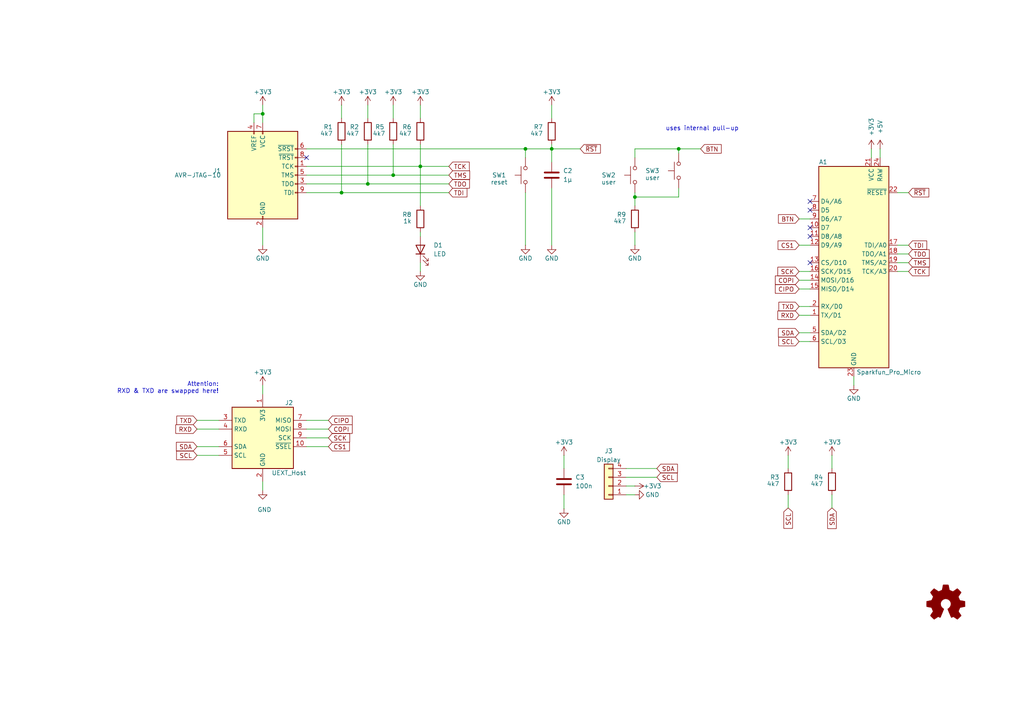
<source format=kicad_sch>
(kicad_sch (version 20231120) (generator "eeschema") (generator_version "8.0")
  (paper "A4")
  (title_block (title "CONN") (date "2021-05-01") (rev "v1.4") (company "nerdyscout"))
  (lib_symbols
    (symbol "Connector:AVR-JTAG-10" (pin_names (offset 1.016))
      (property "Reference" "J" (at -8.89 13.97 0))
      (property "Value" "AVR-JTAG-10" (at 1.27 13.97 0))
      (symbol "AVR-JTAG-10_0_1"
        (rectangle (start -2.667 12.7) (end -2.413 11.938))
        (rectangle (start -0.127 -11.938) (end 0.127 -12.7))
        (rectangle (start -0.127 12.7) (end 0.127 11.938))
        (rectangle (start 10.16 -4.953) (end 9.398 -5.207))
        (rectangle (start 10.16 -2.413) (end 9.398 -2.667))
        (rectangle (start 10.16 0.127) (end 9.398 -0.127))
        (rectangle (start 10.16 2.667) (end 9.398 2.413))
        (rectangle (start 10.16 5.207) (end 9.398 4.953))
        (rectangle (start 10.16 7.747) (end 9.398 7.493))
        (rectangle (start 10.16 12.7) (end -10.16 -12.7) (stroke (width 0.254)) (fill (type background)))
      )
      (symbol "AVR-JTAG-10_1_1"
        (pin passive line (at 12.7 2.54 180) (length 2.54) (name "TCK") (number "1"))
        (pin passive line (at 0 -15.24 90) (length 2.54) hide (name "GND") (number "10"))
        (pin passive line (at 0 -15.24 90) (length 2.54) (name "GND") (number "2"))
        (pin passive line (at 12.7 -2.54 180) (length 2.54) (name "TDO") (number "3"))
        (pin passive line (at -2.54 15.24 270) (length 2.54) (name "VREF") (number "4"))
        (pin passive line (at 12.7 0 180) (length 2.54) (name "TMS") (number "5"))
        (pin passive line (at 12.7 7.62 180) (length 2.54) (name "~{SRST}") (number "6"))
        (pin passive line (at 0 15.24 270) (length 2.54) (name "VCC") (number "7"))
        (pin passive line (at 12.7 5.08 180) (length 2.54) (name "~{TRST}") (number "8"))
        (pin passive line (at 12.7 -5.08 180) (length 2.54) (name "TDI") (number "9"))
      )
    )
    (symbol "Connector:UEXT_Host"
      (property "Reference" "J" (at 5.08 10.16 0))
      (property "Value" "UEXT_Host" (at 6.35 -10.16 0))
      (symbol "UEXT_Host_1_1"
        (rectangle (start -8.89 8.89) (end 8.89 -8.89) (stroke (width 0.254)) (fill (type background)))
        (pin power_in line (at 0 12.7 270) (length 3.81) (name "3V3") (number "1"))
        (pin output line (at 12.7 -2.54 180) (length 3.81) (name "~{SSEL}") (number "10"))
        (pin power_in line (at 0 -12.7 90) (length 3.81) (name "GND") (number "2"))
        (pin output line (at -12.7 5.08 0) (length 3.81) (name "TXD") (number "3"))
        (pin input line (at -12.7 2.54 0) (length 3.81) (name "RXD") (number "4"))
        (pin output line (at -12.7 -5.08 0) (length 3.81) (name "SCL") (number "5"))
        (pin bidirectional line (at -12.7 -2.54 0) (length 3.81) (name "SDA") (number "6"))
        (pin output line (at 12.7 5.08 180) (length 3.81) (name "MISO") (number "7"))
        (pin input line (at 12.7 2.54 180) (length 3.81) (name "MOSI") (number "8"))
        (pin output line (at 12.7 0 180) (length 3.81) (name "SCK") (number "9"))
      )
    )
    (symbol "Connector_Generic:Conn_01x04" (pin_names (offset 1.016) hide)
      (property "Reference" "J" (at 0 5.08 0))
      (property "Value" "Conn_01x04" (at 0 -7.62 0))
      (symbol "Conn_01x04_1_1"
        (rectangle (start -1.27 -4.953) (end 0 -5.207) (stroke (width 0.1524)))
        (rectangle (start -1.27 -2.413) (end 0 -2.667) (stroke (width 0.1524)))
        (rectangle (start -1.27 0.127) (end 0 -0.127) (stroke (width 0.1524)))
        (rectangle (start -1.27 2.667) (end 0 2.413) (stroke (width 0.1524)))
        (rectangle (start -1.27 3.81) (end 1.27 -6.35) (stroke (width 0.254)) (fill (type background)))
        (pin passive line (at -5.08 2.54 0) (length 3.81) (name "Pin_1") (number "1"))
        (pin passive line (at -5.08 0 0) (length 3.81) (name "Pin_2") (number "2"))
        (pin passive line (at -5.08 -2.54 0) (length 3.81) (name "Pin_3") (number "3"))
        (pin passive line (at -5.08 -5.08 0) (length 3.81) (name "Pin_4") (number "4"))
      )
    )
    (symbol "Device:C" (pin_numbers hide) (pin_names (offset 0.254))
      (property "Reference" "C" (at 0.635 2.54 0))
      (property "Value" "C" (at 0.635 -2.54 0))
      (symbol "C_0_1"
        (polyline (pts (xy -2.032 -0.762) (xy 2.032 -0.762)) (stroke (width 0.508)))
        (polyline (pts (xy -2.032 0.762) (xy 2.032 0.762)) (stroke (width 0.508)))
      )
      (symbol "C_1_1"
        (pin passive line (at 0 3.81 270) (length 2.794) (name "~") (number "1"))
        (pin passive line (at 0 -3.81 90) (length 2.794) (name "~") (number "2"))
      )
    )
    (symbol "Device:LED" (pin_numbers hide) (pin_names (offset 1.016) hide)
      (property "Reference" "D" (at 0 2.54 0))
      (property "Value" "LED" (at 0 -2.54 0))
      (symbol "LED_0_1"
        (polyline (pts (xy -1.27 -1.27) (xy -1.27 1.27)) (stroke (width 0.254)))
        (polyline (pts (xy -1.27 0) (xy 1.27 0)))
        (polyline (pts (xy 1.27 -1.27) (xy 1.27 1.27) (xy -1.27 0) (xy 1.27 -1.27)) (stroke (width 0.254)))
        (polyline (pts (xy -3.048 -0.762) (xy -4.572 -2.286) (xy -3.81 -2.286) (xy -4.572 -2.286) (xy -4.572 -1.524)))
        (polyline (pts (xy -1.778 -0.762) (xy -3.302 -2.286) (xy -2.54 -2.286) (xy -3.302 -2.286) (xy -3.302 -1.524)))
      )
      (symbol "LED_1_1"
        (pin passive line (at -3.81 0 0) (length 2.54) (name "K") (number "1"))
        (pin passive line (at 3.81 0 180) (length 2.54) (name "A") (number "2"))
      )
    )
    (symbol "Device:R" (pin_numbers hide) (pin_names (offset 0))
      (property "Reference" "R" (at 2.032 0 90))
      (property "Value" "R" (at 0 0 90))
      (symbol "R_0_1"
        (rectangle (start -1.016 -2.54) (end 1.016 2.54) (stroke (width 0.254)))
      )
      (symbol "R_1_1"
        (pin passive line (at 0 3.81 270) (length 1.27) (name "~") (number "1"))
        (pin passive line (at 0 -3.81 90) (length 1.27) (name "~") (number "2"))
      )
    )
    (symbol "Graphic:Logo_Open_Hardware_Small" (in_bom no) (on_board no)
      (symbol "Logo_Open_Hardware_Small_0_1"
        (polyline (pts (xy 3.3528 -4.3434) (xy 3.302 -4.318) (xy 3.175 -4.2418) (xy 2.9972 -4.1148) (xy 2.7686 -3.9624) (xy 2.54 -3.81) (xy 2.3622 -3.7084) (xy 2.2352 -3.6068) (xy 2.1844 -3.5814) (xy 2.159 -3.6068) (xy 2.0574 -3.6576) (xy 1.905 -3.7338) (xy 1.8034 -3.7846) (xy 1.6764 -3.8354) (xy 1.6002 -3.8354) (xy 1.6002 -3.8354) (xy 1.5494 -3.7338) (xy 1.4732 -3.5306) (xy 1.3462 -3.302) (xy 1.2446 -3.0226) (xy 1.1176 -2.7178) (xy 0.9652 -2.413) (xy 0.8636 -2.1082) (xy 0.7366 -1.8288) (xy 0.6604 -1.6256) (xy 0.6096 -1.4732) (xy 0.5842 -1.397) (xy 0.5842 -1.397) (xy 0.6604 -1.3208) (xy 0.7874 -1.2446) (xy 1.0414 -1.016) (xy 1.2954 -0.6858) (xy 1.4478 -0.3302) (xy 1.524 0.0762) (xy 1.4732 0.4572) (xy 1.3208 0.8128) (xy 1.0668 1.143) (xy 0.762 1.3716) (xy 0.4064 1.524) (xy 0 1.5748) (xy -0.381 1.5494) (xy -0.7366 1.397) (xy -1.0668 1.143) (xy -1.2192 0.9906) (xy -1.397 0.6604) (xy -1.524 0.3048) (xy -1.524 0.2286) (xy -1.4986 -0.1778) (xy -1.397 -0.5334) (xy -1.1938 -0.8636) (xy -0.9144 -1.143) (xy -0.8636 -1.1684) (xy -0.7366 -1.27) (xy -0.635 -1.3462) (xy -0.5842 -1.397) (xy -1.0668 -2.5908) (xy -1.143 -2.794) (xy -1.2954 -3.1242) (xy -1.397 -3.4036) (xy -1.4986 -3.6322) (xy -1.5748 -3.7846) (xy -1.6002 -3.8354) (xy -1.6002 -3.8354) (xy -1.651 -3.8354) (xy -1.7272 -3.81) (xy -1.905 -3.7338) (xy -2.0066 -3.683) (xy -2.1336 -3.6068) (xy -2.2098 -3.5814) (xy -2.2606 -3.6068) (xy -2.3622 -3.683) (xy -2.54 -3.81) (xy -2.7686 -3.9624) (xy -2.9718 -4.0894) (xy -3.1496 -4.2164) (xy -3.302 -4.318) (xy -3.3528 -4.3434) (xy -3.3782 -4.3434) (xy -3.429 -4.318) (xy -3.5306 -4.2164) (xy -3.7084 -4.064) (xy -3.937 -3.8354) (xy -3.9624 -3.81) (xy -4.1656 -3.6068) (xy -4.318 -3.4544) (xy -4.4196 -3.3274) (xy -4.445 -3.2766) (xy -4.445 -3.2766) (xy -4.4196 -3.2258) (xy -4.318 -3.0734) (xy -4.2164 -2.8956) (xy -4.064 -2.667) (xy -3.6576 -2.0828) (xy -3.8862 -1.5494) (xy -3.937 -1.3716) (xy -4.0386 -1.1684) (xy -4.0894 -1.0414) (xy -4.1148 -0.9652) (xy -4.191 -0.9398) (xy -4.318 -0.9144) (xy -4.5466 -0.8636) (xy -4.8006 -0.8128) (xy -5.0546 -0.7874) (xy -5.2578 -0.7366) (xy -5.4356 -0.7112) (xy -5.5118 -0.6858) (xy -5.5118 -0.6858) (xy -5.5372 -0.635) (xy -5.5372 -0.5588) (xy -5.5372 -0.4318) (xy -5.5626 -0.2286) (xy -5.5626 0.0762) (xy -5.5626 0.127) (xy -5.5372 0.4064) (xy -5.5372 0.635) (xy -5.5372 0.762) (xy -5.5372 0.8382) (xy -5.5372 0.8382) (xy -5.461 0.8382) (xy -5.3086 0.889) (xy -5.08 0.9144) (xy -4.826 0.9652) (xy -4.8006 0.9906) (xy -4.5466 1.0414) (xy -4.318 1.0668) (xy -4.1656 1.1176) (xy -4.0894 1.143) (xy -4.0894 1.143) (xy -4.0386 1.2446) (xy -3.9624 1.4224) (xy -3.8608 1.6256) (xy -3.7846 1.8288) (xy -3.7084 2.0066) (xy -3.6576 2.159) (xy -3.6322 2.2098) (xy -3.6322 2.2098) (xy -3.683 2.286) (xy -3.7592 2.413) (xy -3.8862 2.5908) (xy -4.064 2.8194) (xy -4.064 2.8448) (xy -4.2164 3.0734) (xy -4.3434 3.2512) (xy -4.4196 3.3782) (xy -4.445 3.4544) (xy -4.445 3.4544) (xy -4.3942 3.5052) (xy -4.2926 3.6322) (xy -4.1148 3.81) (xy -3.937 4.0132) (xy -3.8608 4.064) (xy -3.6576 4.2926) (xy -3.5052 4.4196) (xy -3.4036 4.4958) (xy -3.3528 4.5212) (xy -3.3528 4.5212) (xy -3.302 4.4704) (xy -3.1496 4.3688) (xy -2.9718 4.2418) (xy -2.7432 4.0894) (xy -2.7178 4.0894) (xy -2.4892 3.937) (xy -2.3114 3.81) (xy -2.1844 3.7084) (xy -2.1336 3.683) (xy -2.1082 3.683) (xy -2.032 3.7084) (xy -1.8542 3.7592) (xy -1.6764 3.8354) (xy -1.4732 3.937) (xy -1.27 4.0132) (xy -1.143 4.064) (xy -1.0668 4.1148) (xy -1.0668 4.1148) (xy -1.0414 4.191) (xy -1.016 4.3434) (xy -0.9652 4.572) (xy -0.9144 4.8514) (xy -0.889 4.9022) (xy -0.8382 5.1562) (xy -0.8128 5.3848) (xy -0.7874 5.5372) (xy -0.762 5.588) (xy -0.7112 5.6134) (xy -0.5842 5.6134) (xy -0.4064 5.6134) (xy -0.1524 5.6134) (xy 0.0762 5.6134) (xy 0.3302 5.6134) (xy 0.5334 5.6134) (xy 0.6858 5.588) (xy 0.7366 5.588) (xy 0.7366 5.588) (xy 0.762 5.5118) (xy 0.8128 5.334) (xy 0.8382 5.1054) (xy 0.9144 4.826) (xy 0.9144 4.7752) (xy 0.9652 4.5212) (xy 1.016 4.2926) (xy 1.0414 4.1402) (xy 1.0668 4.0894) (xy 1.0668 4.0894) (xy 1.1938 4.0386) (xy 1.3716 3.9624) (xy 1.5748 3.8608) (xy 2.0828 3.6576) (xy 2.7178 4.0894) (xy 2.7686 4.1402) (xy 2.9972 4.2926) (xy 3.175 4.4196) (xy 3.302 4.4958) (xy 3.3782 4.5212) (xy 3.3782 4.5212) (xy 3.429 4.4704) (xy 3.556 4.3434) (xy 3.7338 4.191) (xy 3.9116 3.9878) (xy 4.064 3.8354) (xy 4.2418 3.6576) (xy 4.3434 3.556) (xy 4.4196 3.4798) (xy 4.4196 3.429) (xy 4.4196 3.4036) (xy 4.3942 3.3274) (xy 4.2926 3.2004) (xy 4.1656 2.9972) (xy 4.0132 2.794) (xy 3.8862 2.5908) (xy 3.7592 2.3876) (xy 3.6576 2.2352) (xy 3.6322 2.159) (xy 3.6322 2.1336) (xy 3.683 2.0066) (xy 3.7592 1.8288) (xy 3.8608 1.6002) (xy 4.064 1.1176) (xy 4.3942 1.0414) (xy 4.5974 1.016) (xy 4.8768 0.9652) (xy 5.1308 0.9144) (xy 5.5372 0.8382) (xy 5.5626 -0.6604) (xy 5.4864 -0.6858) (xy 5.4356 -0.6858) (xy 5.2832 -0.7366) (xy 5.0546 -0.762) (xy 4.8006 -0.8128) (xy 4.5974 -0.8636) (xy 4.3688 -0.9144) (xy 4.2164 -0.9398) (xy 4.1402 -0.9398) (xy 4.1148 -0.9652) (xy 4.064 -1.0668) (xy 3.9878 -1.2446) (xy 3.9116 -1.4478) (xy 3.81 -1.651) (xy 3.7338 -1.8542) (xy 3.683 -2.0066) (xy 3.6576 -2.0828) (xy 3.683 -2.1336) (xy 3.7846 -2.2606) (xy 3.8862 -2.4638) (xy 4.0386 -2.667) (xy 4.191 -2.8956) (xy 4.318 -3.0734) (xy 4.3942 -3.2004) (xy 4.445 -3.2766) (xy 4.4196 -3.3274) (xy 4.3434 -3.429) (xy 4.1656 -3.5814) (xy 3.937 -3.8354) (xy 3.8862 -3.8608) (xy 3.683 -4.064) (xy 3.5306 -4.2164) (xy 3.4036 -4.318) (xy 3.3528 -4.3434)) (fill (type outline)))
      )
    )
    (symbol "ProMicro:Sparkfun_Pro_Micro"
      (property "Reference" "A" (at -10.16 29.21 0))
      (property "Value" "Sparkfun_Pro_Micro" (at 2.54 -31.75 0))
      (symbol "Sparkfun_Pro_Micro_0_1"
        (rectangle (start -10.16 27.94) (end 10.16 -30.48) (stroke (width 0.254)) (fill (type background)))
      )
      (symbol "Sparkfun_Pro_Micro_1_1"
        (pin bidirectional line (at -12.7 -15.24 0) (length 2.54) (name "TX/D1") (number "1"))
        (pin bidirectional line (at -12.7 10.16 0) (length 2.54) (name "D7") (number "10"))
        (pin bidirectional line (at -12.7 7.62 0) (length 2.54) (name "D8/A8") (number "11"))
        (pin bidirectional line (at -12.7 5.08 0) (length 2.54) (name "D9/A9") (number "12"))
        (pin bidirectional line (at -12.7 0 0) (length 2.54) (name "CS/D10") (number "13"))
        (pin bidirectional line (at -12.7 -5.08 0) (length 2.54) (name "MOSI/D16") (number "14"))
        (pin bidirectional line (at -12.7 -7.62 0) (length 2.54) (name "MISO/D14") (number "15"))
        (pin bidirectional line (at -12.7 -2.54 0) (length 2.54) (name "SCK/D15") (number "16"))
        (pin bidirectional line (at 12.7 5.08 180) (length 2.54) (name "TDI/A0") (number "17"))
        (pin bidirectional line (at 12.7 2.54 180) (length 2.54) (name "TDO/A1") (number "18"))
        (pin bidirectional line (at 12.7 0 180) (length 2.54) (name "TMS/A2") (number "19"))
        (pin bidirectional line (at -12.7 -12.7 0) (length 2.54) (name "RX/D0") (number "2"))
        (pin bidirectional line (at 12.7 -2.54 180) (length 2.54) (name "TCK/A3") (number "20"))
        (pin power_in line (at 5.08 30.48 270) (length 2.54) (name "VCC") (number "21"))
        (pin input line (at 12.7 20.32 180) (length 2.54) (name "~{RESET}") (number "22"))
        (pin power_in line (at 0 -33.02 90) (length 2.54) (name "GND") (number "23"))
        (pin power_in line (at 7.62 30.48 270) (length 2.54) (name "RAW") (number "24"))
        (pin passive line (at 0 -33.02 90) (length 2.54) hide (name "GND") (number "3"))
        (pin passive line (at 0 -33.02 90) (length 2.54) hide (name "GND") (number "4"))
        (pin bidirectional line (at -12.7 -20.32 0) (length 2.54) (name "SDA/D2") (number "5"))
        (pin bidirectional line (at -12.7 -22.86 0) (length 2.54) (name "SCL/D3") (number "6"))
        (pin bidirectional line (at -12.7 17.78 0) (length 2.54) (name "D4/A6") (number "7"))
        (pin bidirectional line (at -12.7 15.24 0) (length 2.54) (name "D5") (number "8"))
        (pin bidirectional line (at -12.7 12.7 0) (length 2.54) (name "D6/A7") (number "9"))
      )
    )
    (symbol "Switch:SW_Push" (pin_numbers hide) (pin_names (offset 1.016) hide)
      (property "Reference" "SW" (at 1.27 2.54 0))
      (property "Value" "SW_Push" (at 0 -1.524 0))
      (symbol "SW_Push_0_1"
        (circle (center -2.032 0) (radius 0.508))
        (polyline (pts (xy 0 1.27) (xy 0 3.048)))
        (polyline (pts (xy 2.54 1.27) (xy -2.54 1.27)))
        (circle (center 2.032 0) (radius 0.508))
        (pin passive line (at -5.08 0 0) (length 2.54) (name "1") (number "1"))
        (pin passive line (at 5.08 0 180) (length 2.54) (name "2") (number "2"))
      )
    )
    (symbol "power:+3V3" (power) (pin_numbers hide) (pin_names (offset 0) hide)
      (property "Value" "+3V3" (at 0 3.556 0))
      (symbol "+3V3_0_1"
        (polyline (pts (xy -0.762 1.27) (xy 0 2.54)))
        (polyline (pts (xy 0 0) (xy 0 2.54)))
        (polyline (pts (xy 0 2.54) (xy 0.762 1.27)))
      )
      (symbol "+3V3_1_1"
        (pin power_in line (at 0 0 90) (length 0) (name "~") (number "1"))
      )
    )
    (symbol "power:+5V" (power) (pin_numbers hide) (pin_names (offset 0) hide)
      (property "Value" "+5V" (at 0 3.556 0))
      (symbol "+5V_0_1"
        (polyline (pts (xy -0.762 1.27) (xy 0 2.54)))
        (polyline (pts (xy 0 0) (xy 0 2.54)))
        (polyline (pts (xy 0 2.54) (xy 0.762 1.27)))
      )
      (symbol "+5V_1_1"
        (pin power_in line (at 0 0 90) (length 0) (name "~") (number "1"))
      )
    )
    (symbol "power:GND" (power) (pin_numbers hide) (pin_names (offset 0) hide)
      (property "Value" "GND" (at 0 -3.81 0))
      (symbol "GND_0_1"
        (polyline (pts (xy 0 0) (xy 0 -1.27) (xy 1.27 -1.27) (xy 0 -2.54) (xy -1.27 -1.27) (xy 0 -1.27)))
      )
      (symbol "GND_1_1"
        (pin power_in line (at 0 0 270) (length 0) (name "~") (number "1"))
      )
    )
  )
  (junction (at 114.046 50.8))
  (junction (at 121.92 48.26))
  (junction (at 160.02 43.18))
  (junction (at 152.4 43.18))
  (junction (at 76.2 33.02))
  (junction (at 196.85 43.18))
  (junction (at 106.68 53.34))
  (junction (at 99.06 55.88))
  (junction (at 184.15 57.15))
  (no_connect (at 234.95 66.04))
  (no_connect (at 234.95 58.42))
  (no_connect (at 234.95 60.96))
  (no_connect (at 234.95 76.2))
  (no_connect (at 234.95 68.58))
  (no_connect (at 88.9 45.72))
  (wire (pts (xy 184.15 59.69) (xy 184.15 57.15)))
  (wire (pts (xy 76.2 30.48) (xy 76.2 33.02)))
  (wire (pts (xy 255.27 43.18) (xy 255.27 45.72)))
  (wire (pts (xy 57.15 121.92) (xy 63.5 121.92)))
  (wire (pts (xy 106.68 41.91) (xy 106.68 53.34)))
  (wire (pts (xy 181.61 140.97) (xy 184.15 140.97)))
  (wire (pts (xy 260.35 73.66) (xy 263.525 73.66)))
  (wire (pts (xy 231.775 83.82) (xy 234.95 83.82)))
  (wire (pts (xy 73.66 35.56) (xy 73.66 33.02)))
  (wire (pts (xy 234.95 63.5) (xy 231.775 63.5)))
  (wire (pts (xy 73.66 33.02) (xy 76.2 33.02)))
  (wire (pts (xy 263.525 55.88) (xy 260.35 55.88)))
  (wire (pts (xy 152.4 43.18) (xy 160.02 43.18)))
  (wire (pts (xy 88.9 53.34) (xy 106.68 53.34)))
  (wire (pts (xy 99.06 41.91) (xy 99.06 55.88)))
  (wire (pts (xy 88.9 48.26) (xy 121.92 48.26)))
  (wire (pts (xy 88.9 55.88) (xy 99.06 55.88)))
  (wire (pts (xy 184.15 43.18) (xy 196.85 43.18)))
  (wire (pts (xy 114.046 41.91) (xy 114.046 50.8)))
  (wire (pts (xy 57.15 129.54) (xy 63.5 129.54)))
  (wire (pts (xy 231.775 99.06) (xy 234.95 99.06)))
  (wire (pts (xy 99.06 30.48) (xy 99.06 34.29)))
  (wire (pts (xy 114.046 30.48) (xy 114.046 34.29)))
  (wire (pts (xy 184.15 71.12) (xy 184.15 67.31)))
  (wire (pts (xy 95.25 124.46) (xy 88.9 124.46)))
  (wire (pts (xy 247.65 111.76) (xy 247.65 109.22)))
  (wire (pts (xy 160.02 43.18) (xy 160.02 46.99)))
  (wire (pts (xy 196.85 43.18) (xy 203.2 43.18)))
  (wire (pts (xy 121.92 41.91) (xy 121.92 48.26)))
  (wire (pts (xy 95.25 129.54) (xy 88.9 129.54)))
  (wire (pts (xy 88.9 50.8) (xy 114.046 50.8)))
  (wire (pts (xy 196.85 57.15) (xy 184.15 57.15)))
  (wire (pts (xy 231.775 91.44) (xy 234.95 91.44)))
  (wire (pts (xy 231.775 71.12) (xy 234.95 71.12)))
  (wire (pts (xy 121.92 48.26) (xy 130.175 48.26)))
  (wire (pts (xy 57.15 124.46) (xy 63.5 124.46)))
  (wire (pts (xy 184.15 57.15) (xy 184.15 55.88)))
  (wire (pts (xy 57.15 132.08) (xy 63.5 132.08)))
  (wire (pts (xy 234.95 96.52) (xy 231.775 96.52)))
  (wire (pts (xy 234.95 88.9) (xy 231.775 88.9)))
  (wire (pts (xy 228.6 143.51) (xy 228.6 147.32)))
  (wire (pts (xy 163.576 132.08) (xy 163.576 135.89)))
  (wire (pts (xy 121.92 48.26) (xy 121.92 59.69)))
  (wire (pts (xy 76.2 66.04) (xy 76.2 71.12)))
  (wire (pts (xy 106.68 53.34) (xy 130.175 53.34)))
  (wire (pts (xy 181.61 143.51) (xy 184.15 143.51)))
  (wire (pts (xy 228.6 132.08) (xy 228.6 135.89)))
  (wire (pts (xy 163.576 143.51) (xy 163.576 147.574)))
  (wire (pts (xy 152.4 55.88) (xy 152.4 71.12)))
  (wire (pts (xy 252.73 43.18) (xy 252.73 45.72)))
  (wire (pts (xy 263.525 71.12) (xy 260.35 71.12)))
  (wire (pts (xy 160.02 30.48) (xy 160.02 34.29)))
  (wire (pts (xy 196.85 44.45) (xy 196.85 43.18)))
  (wire (pts (xy 181.61 138.43) (xy 190.5 138.43)))
  (wire (pts (xy 121.92 76.2) (xy 121.92 78.74)))
  (wire (pts (xy 184.15 43.18) (xy 184.15 45.72)))
  (wire (pts (xy 196.85 54.61) (xy 196.85 57.15)))
  (wire (pts (xy 152.4 43.18) (xy 152.4 45.72)))
  (wire (pts (xy 76.2 111.76) (xy 76.2 114.3)))
  (wire (pts (xy 121.92 67.31) (xy 121.92 68.58)))
  (wire (pts (xy 88.9 43.18) (xy 152.4 43.18)))
  (wire (pts (xy 260.35 78.74) (xy 263.525 78.74)))
  (wire (pts (xy 121.92 30.48) (xy 121.92 34.29)))
  (wire (pts (xy 234.95 81.28) (xy 231.775 81.28)))
  (wire (pts (xy 95.25 121.92) (xy 88.9 121.92)))
  (wire (pts (xy 76.2 33.02) (xy 76.2 35.56)))
  (wire (pts (xy 114.046 50.8) (xy 130.175 50.8)))
  (wire (pts (xy 106.68 30.48) (xy 106.68 34.29)))
  (wire (pts (xy 181.61 135.89) (xy 190.5 135.89)))
  (wire (pts (xy 263.525 76.2) (xy 260.35 76.2)))
  (wire (pts (xy 160.02 54.61) (xy 160.02 71.12)))
  (wire (pts (xy 241.3 143.51) (xy 241.3 147.32)))
  (wire (pts (xy 160.02 41.91) (xy 160.02 43.18)))
  (wire (pts (xy 76.2 139.7) (xy 76.2 142.24)))
  (wire (pts (xy 95.25 127) (xy 88.9 127)))
  (wire (pts (xy 231.775 78.74) (xy 234.95 78.74)))
  (wire (pts (xy 241.3 132.08) (xy 241.3 135.89)))
  (wire (pts (xy 160.02 43.18) (xy 168.275 43.18)))
  (wire (pts (xy 99.06 55.88) (xy 130.175 55.88)))
  (text "uses internal pull-up" (at 193.04 38.1 0) (effects (font (size 1.27 1.27)) (justify left bottom)))
  (text "Attention:\nRXD & TXD are swapped here!" (at 63.5 114.3 0) (effects (font (size 1.27 1.27)) (justify right bottom)))
  (global_label "CS1" (shape input) (at 95.25 129.54 0) (property "Intersheetrefs" "${INTERSHEET_REFS}" (effects (hide yes))))
  (global_label "CIPO" (shape input) (at 231.775 83.82 180) (property "Intersheetrefs" "${INTERSHEET_REFS}" (effects (hide yes))))
  (global_label "SCK" (shape input) (at 231.775 78.74 180) (property "Intersheetrefs" "${INTERSHEET_REFS}" (effects (hide yes))))
  (global_label "TMS" (shape input) (at 130.175 50.8 0) (property "Intersheetrefs" "${INTERSHEET_REFS}" (effects (hide yes))))
  (global_label "SCL" (shape input) (at 57.15 132.08 180) (property "Intersheetrefs" "${INTERSHEET_REFS}" (effects (hide yes))))
  (global_label "RXD" (shape input) (at 231.775 91.44 180) (property "Intersheetrefs" "${INTERSHEET_REFS}" (effects (hide yes))))
  (global_label "~{RST}" (shape input) (at 168.275 43.18 0) (property "Intersheetrefs" "${INTERSHEET_REFS}" (effects (hide yes))))
  (global_label "SDA" (shape input) (at 231.775 96.52 180) (property "Intersheetrefs" "${INTERSHEET_REFS}" (effects (hide yes))))
  (global_label "RXD" (shape input) (at 57.15 124.46 180) (property "Intersheetrefs" "${INTERSHEET_REFS}" (effects (hide yes))))
  (global_label "TDI" (shape input) (at 130.175 55.88 0) (property "Intersheetrefs" "${INTERSHEET_REFS}" (effects (hide yes))))
  (global_label "SCK" (shape input) (at 95.25 127 0) (property "Intersheetrefs" "${INTERSHEET_REFS}" (effects (hide yes))))
  (global_label "~{RST}" (shape input) (at 263.525 55.88 0) (property "Intersheetrefs" "${INTERSHEET_REFS}" (effects (hide yes))))
  (global_label "BTN" (shape input) (at 203.2 43.18 0) (property "Intersheetrefs" "${INTERSHEET_REFS}" (effects (hide yes))))
  (global_label "BTN" (shape input) (at 231.775 63.5 180) (property "Intersheetrefs" "${INTERSHEET_REFS}" (effects (hide yes))))
  (global_label "SDA" (shape input) (at 241.3 147.32 270) (property "Intersheetrefs" "${INTERSHEET_REFS}" (effects (hide yes))))
  (global_label "CS1" (shape input) (at 231.775 71.12 180) (property "Intersheetrefs" "${INTERSHEET_REFS}" (effects (hide yes))))
  (global_label "TDO" (shape input) (at 263.525 73.66 0) (property "Intersheetrefs" "${INTERSHEET_REFS}" (effects (hide yes))))
  (global_label "TDI" (shape input) (at 263.525 71.12 0) (property "Intersheetrefs" "${INTERSHEET_REFS}" (effects (hide yes))))
  (global_label "SDA" (shape input) (at 57.15 129.54 180) (property "Intersheetrefs" "${INTERSHEET_REFS}" (effects (hide yes))))
  (global_label "SCL" (shape input) (at 190.5 138.43 0) (property "Intersheetrefs" "${INTERSHEET_REFS}" (effects (hide yes))))
  (global_label "TCK" (shape input) (at 130.175 48.26 0) (property "Intersheetrefs" "${INTERSHEET_REFS}" (effects (hide yes))))
  (global_label "TXD" (shape input) (at 57.15 121.92 180) (property "Intersheetrefs" "${INTERSHEET_REFS}" (effects (hide yes))))
  (global_label "SDA" (shape input) (at 190.5 135.89 0) (property "Intersheetrefs" "${INTERSHEET_REFS}" (effects (hide yes))))
  (global_label "TMS" (shape input) (at 263.525 76.2 0) (property "Intersheetrefs" "${INTERSHEET_REFS}" (effects (hide yes))))
  (global_label "COPI" (shape input) (at 231.775 81.28 180) (property "Intersheetrefs" "${INTERSHEET_REFS}" (effects (hide yes))))
  (global_label "TXD" (shape input) (at 231.775 88.9 180) (property "Intersheetrefs" "${INTERSHEET_REFS}" (effects (hide yes))))
  (global_label "COPI" (shape input) (at 95.25 124.46 0) (property "Intersheetrefs" "${INTERSHEET_REFS}" (effects (hide yes))))
  (global_label "TDO" (shape input) (at 130.175 53.34 0) (property "Intersheetrefs" "${INTERSHEET_REFS}" (effects (hide yes))))
  (global_label "TCK" (shape input) (at 263.525 78.74 0) (property "Intersheetrefs" "${INTERSHEET_REFS}" (effects (hide yes))))
  (global_label "CIPO" (shape input) (at 95.25 121.92 0) (property "Intersheetrefs" "${INTERSHEET_REFS}" (effects (hide yes))))
  (global_label "SCL" (shape input) (at 231.775 99.06 180) (property "Intersheetrefs" "${INTERSHEET_REFS}" (effects (hide yes))))
  (global_label "SCL" (shape input) (at 228.6 147.32 270) (property "Intersheetrefs" "${INTERSHEET_REFS}" (effects (hide yes))))
  (symbol (lib_id "power:GND") (at 247.65 111.76 0) (unit 1)
    (property "Reference" "#PWR0101" (effects (hide yes)))
    (property "Value" "GND" (at 247.65 115.57 0))
    (property "Description" "Power symbol creates a global label with name \"GND\" , ground" (effects (hide yes)))
  )
  (symbol (lib_id "power:+3V3") (at 252.73 43.18 0) (unit 1)
    (property "Reference" "#PWR0102" (effects (hide yes)))
    (property "Value" "+3V3" (at 252.73 36.83 90))
    (property "Description" "Power symbol creates a global label with name \"+3V3\"" (effects (hide yes)))
  )
  (symbol (lib_id "power:+3V3") (at 241.3 132.08 0) (unit 1)
    (property "Reference" "#PWR0111" (effects (hide yes)))
    (property "Value" "+3V3" (at 241.3 128.27 0))
    (property "Description" "Power symbol creates a global label with name \"+3V3\"" (effects (hide yes)))
  )
  (symbol (lib_id "power:+3V3") (at 228.6 132.08 0) (unit 1)
    (property "Reference" "#PWR0112" (effects (hide yes)))
    (property "Value" "+3V3" (at 228.6 128.27 0))
    (property "Description" "Power symbol creates a global label with name \"+3V3\"" (effects (hide yes)))
  )
  (symbol (lib_id "Device:R") (at 228.6 139.7 180) (unit 1)
    (property "Reference" "R3" (at 226.06 138.43 0) (effects (justify left)))
    (property "Value" "4k7" (at 226.06 140.335 0) (effects (justify left)))
    (property "Footprint" "Resistor_SMD:R_0603_1608Metric" (effects (hide yes)))
    (property "Description" "Resistor" (effects (hide yes)))
    (property "LCSC#" "C23162" (effects (hide yes)))
    (property "MPN" "0603WAF4701T5E" (effects (hide yes)))
  )
  (symbol (lib_id "Connector:UEXT_Host") (at 76.2 127 0) (unit 1)
    (property "Reference" "J2" (at 83.82 116.84 0))
    (property "Value" "UEXT_Host" (at 83.82 137.16 0))
    (property "Footprint" "Connector_PCBEdge:UEXT" (effects (hide yes)))
    (property "Datasheet" "https://www.olimex.com/Products/Modules/UEXT/resources/UEXT_rev_B.pdf" (effects (hide yes)))
    (property "Description" "Universal EXTension (UEXT) is a connector layout which includes power and three serial buses: Asynchronous, I2C, and SPI" (effects (hide yes)))
  )
  (symbol (lib_id "Switch:SW_Push") (at 152.4 50.8 90) (unit 1)
    (property "Reference" "SW1" (at 144.78 50.8 90))
    (property "Value" "reset" (at 144.78 52.832 90))
    (property "Footprint" "Button_Switch_SMD:SW_SPST_B3U-1000P" (effects (hide yes)))
    (property "Description" "Push button switch, generic, two pins" (effects (hide yes)))
    (property "MPN" " B3U-1000P" (effects (hide yes)))
  )
  (symbol (lib_id "Connector_Generic:Conn_01x04") (at 176.53 140.97 180) (unit 1)
    (property "Reference" "J3" (at 176.53 130.81 0))
    (property "Value" "Display" (at 176.53 133.35 0))
    (property "Footprint" "Connector_PinHeader_2.54mm:PinHeader_1x04_P2.54mm_Vertical" (effects (hide yes)))
    (property "Description" "Generic connector, single row, 01x04, script generated (kicad-library-utils/schlib/autogen/connector/)" (effects (hide yes)))
  )
  (symbol (lib_id "power:GND") (at 76.2 142.24 0) (unit 1)
    (property "Reference" "#PWR0108" (effects (hide yes)))
    (property "Value" "GND" (at 76.708 147.828 0))
    (property "Description" "Power symbol creates a global label with name \"GND\" , ground" (effects (hide yes)))
  )
  (symbol (lib_id "power:+3V3") (at 76.2 111.76 0) (unit 1)
    (property "Reference" "#PWR0107" (effects (hide yes)))
    (property "Value" "+3V3" (at 76.2 107.95 0))
    (property "Description" "Power symbol creates a global label with name \"+3V3\"" (effects (hide yes)))
  )
  (symbol (lib_id "power:GND") (at 184.15 143.51 90) (unit 1)
    (property "Reference" "#PWR0106" (effects (hide yes)))
    (property "Value" "GND" (at 189.23 143.51 90))
    (property "Description" "Power symbol creates a global label with name \"GND\" , ground" (effects (hide yes)))
  )
  (symbol (lib_id "power:+3V3") (at 184.15 140.97 270) (unit 1)
    (property "Reference" "#PWR0105" (effects (hide yes)))
    (property "Value" "+3V3" (at 189.23 140.97 90))
    (property "Description" "Power symbol creates a global label with name \"+3V3\"" (effects (hide yes)))
  )
  (symbol (lib_id "Graphic:Logo_Open_Hardware_Small") (at 274.32 175.26 0) (unit 1)
    (property "Reference" "LOGO1" (effects (hide yes)))
    (property "Value" "Logo_Open_Hardware_Small" (effects (hide yes)))
    (property "Footprint" "Symbol:OSHW-Symbol_6.7x6mm_SilkScreen" (effects (hide yes)))
    (property "Description" "Open Hardware logo, small" (effects (hide yes)))
    (property "Sim.Enable" "0" (effects (hide yes)))
  )
  (symbol (lib_id "power:GND") (at 76.2 71.12 0) (unit 1)
    (property "Reference" "#PWR0109" (effects (hide yes)))
    (property "Value" "GND" (at 76.2 74.93 0))
    (property "Description" "Power symbol creates a global label with name \"GND\" , ground" (effects (hide yes)))
  )
  (symbol (lib_id "Device:C") (at 163.576 139.7 0) (unit 1)
    (property "Reference" "C3" (at 166.878 138.43 0) (effects (justify left)))
    (property "Value" "100n" (at 166.878 140.97 0) (effects (justify left)))
    (property "Footprint" "Capacitor_SMD:C_0603_1608Metric" (effects (hide yes)))
    (property "Description" "Unpolarized capacitor" (effects (hide yes)))
    (property "MPN" "CC0603KRX7R9BB104" (effects (hide yes)))
    (property "LCSC#" "C14663" (effects (hide yes)))
  )
  (symbol (lib_id "power:GND") (at 163.576 147.574 0) (unit 1)
    (property "Reference" "#PWR0116" (effects (hide yes)))
    (property "Value" "GND" (at 163.576 151.384 0))
    (property "Description" "Power symbol creates a global label with name \"GND\" , ground" (effects (hide yes)))
  )
  (symbol (lib_id "power:+3V3") (at 163.576 132.08 0) (unit 1)
    (property "Reference" "#PWR0117" (effects (hide yes)))
    (property "Value" "+3V3" (at 163.576 128.27 0))
    (property "Description" "Power symbol creates a global label with name \"+3V3\"" (effects (hide yes)))
  )
  (symbol (lib_id "power:+3V3") (at 121.92 30.48 0) (unit 1)
    (property "Reference" "#PWR0115" (effects (hide yes)))
    (property "Value" "+3V3" (at 121.92 26.67 0))
    (property "Description" "Power symbol creates a global label with name \"+3V3\"" (effects (hide yes)))
  )
  (symbol (lib_id "Device:R") (at 121.92 38.1 180) (unit 1)
    (property "Reference" "R6" (at 119.38 36.83 0) (effects (justify left)))
    (property "Value" "4k7" (at 119.38 38.735 0) (effects (justify left)))
    (property "Footprint" "Resistor_SMD:R_0603_1608Metric" (effects (hide yes)))
    (property "Description" "Resistor" (effects (hide yes)))
    (property "MPN" "0603WAF4701T5E" (effects (hide yes)))
    (property "LCSC#" "C23162" (effects (hide yes)))
  )
  (symbol (lib_id "power:+3V3") (at 114.046 30.48 0) (unit 1)
    (property "Reference" "#PWR0114" (effects (hide yes)))
    (property "Value" "+3V3" (at 114.046 26.67 0))
    (property "Description" "Power symbol creates a global label with name \"+3V3\"" (effects (hide yes)))
  )
  (symbol (lib_id "Device:R") (at 114.046 38.1 180) (unit 1)
    (property "Reference" "R5" (at 111.506 36.83 0) (effects (justify left)))
    (property "Value" "4k7" (at 111.76 38.735 0) (effects (justify left)))
    (property "Footprint" "Resistor_SMD:R_0603_1608Metric" (effects (hide yes)))
    (property "Description" "Resistor" (effects (hide yes)))
    (property "MPN" "0603WAF4701T5E" (effects (hide yes)))
    (property "LCSC#" "C23162" (effects (hide yes)))
  )
  (symbol (lib_id "Device:R") (at 106.68 38.1 180) (unit 1)
    (property "Reference" "R2" (at 104.14 36.83 0) (effects (justify left)))
    (property "Value" "4k7" (at 104.14 38.735 0) (effects (justify left)))
    (property "Footprint" "Resistor_SMD:R_0603_1608Metric" (effects (hide yes)))
    (property "Description" "Resistor" (effects (hide yes)))
    (property "MPN" "0603WAF4701T5E" (effects (hide yes)))
    (property "LCSC#" "C23162" (effects (hide yes)))
  )
  (symbol (lib_id "power:+3V3") (at 106.68 30.48 0) (unit 1)
    (property "Reference" "#PWR0110" (effects (hide yes)))
    (property "Value" "+3V3" (at 106.68 26.67 0))
    (property "Description" "Power symbol creates a global label with name \"+3V3\"" (effects (hide yes)))
  )
  (symbol (lib_id "Device:R") (at 99.06 38.1 180) (unit 1)
    (property "Reference" "R1" (at 96.52 36.83 0) (effects (justify left)))
    (property "Value" "4k7" (at 96.52 38.735 0) (effects (justify left)))
    (property "Footprint" "Resistor_SMD:R_0603_1608Metric" (effects (hide yes)))
    (property "Description" "Resistor" (effects (hide yes)))
    (property "MPN" "0603WAF4701T5E" (effects (hide yes)))
    (property "LCSC#" "C23162" (effects (hide yes)))
  )
  (symbol (lib_id "power:+3V3") (at 99.06 30.48 0) (unit 1)
    (property "Reference" "#PWR0113" (effects (hide yes)))
    (property "Value" "+3V3" (at 99.06 26.67 0))
    (property "Description" "Power symbol creates a global label with name \"+3V3\"" (effects (hide yes)))
  )
  (symbol (lib_id "Device:C") (at 160.02 50.8 0) (unit 1)
    (property "Reference" "C2" (at 163.322 49.53 0) (effects (justify left)))
    (property "Value" "1µ" (at 163.322 52.07 0) (effects (justify left)))
    (property "Footprint" "Capacitor_SMD:C_0603_1608Metric" (effects (hide yes)))
    (property "Description" "Unpolarized capacitor" (effects (hide yes)))
    (property "MPN" "CL10A105KB8NNNC" (effects (hide yes)))
    (property "LCSC#" "C15849" (effects (hide yes)))
  )
  (symbol (lib_id "Device:R") (at 160.02 38.1 180) (unit 1)
    (property "Reference" "R7" (at 157.48 36.83 0) (effects (justify left)))
    (property "Value" "4k7" (at 157.48 38.735 0) (effects (justify left)))
    (property "Footprint" "Resistor_SMD:R_0603_1608Metric" (effects (hide yes)))
    (property "Description" "Resistor" (effects (hide yes)))
    (property "MPN" "0603WAF4701T5E" (effects (hide yes)))
    (property "LCSC#" "C23162" (effects (hide yes)))
  )
  (symbol (lib_id "power:+3V3") (at 160.02 30.48 0) (unit 1)
    (property "Reference" "#PWR0118" (effects (hide yes)))
    (property "Value" "+3V3" (at 160.02 26.67 0))
    (property "Description" "Power symbol creates a global label with name \"+3V3\"" (effects (hide yes)))
  )
  (symbol (lib_id "power:GND") (at 152.4 71.12 0) (unit 1)
    (property "Reference" "#PWR0120" (effects (hide yes)))
    (property "Value" "GND" (at 152.4 74.93 0))
    (property "Description" "Power symbol creates a global label with name \"GND\" , ground" (effects (hide yes)))
  )
  (symbol (lib_id "power:GND") (at 160.02 71.12 0) (unit 1)
    (property "Reference" "#PWR0119" (effects (hide yes)))
    (property "Value" "GND" (at 160.02 74.93 0))
    (property "Description" "Power symbol creates a global label with name \"GND\" , ground" (effects (hide yes)))
  )
  (symbol (lib_id "Device:LED") (at 121.92 72.39 90) (unit 1)
    (property "Reference" "D1" (at 125.73 71.12 90) (effects (justify right)))
    (property "Value" "LED" (at 125.73 73.66 90) (effects (justify right)))
    (property "Footprint" "LED_SMD:LED_0603_1608Metric" (effects (hide yes)))
    (property "Description" "Light emitting diode" (effects (hide yes)))
    (property "MPN" "19-217/GHC-YR1S2/3T" (effects (hide yes)))
    (property "LCSC#" "C72043" (effects (hide yes)))
  )
  (symbol (lib_id "power:GND") (at 121.92 78.74 0) (unit 1)
    (property "Reference" "#PWR0121" (effects (hide yes)))
    (property "Value" "GND" (at 121.92 82.55 0))
    (property "Description" "Power symbol creates a global label with name \"GND\" , ground" (effects (hide yes)))
  )
  (symbol (lib_id "Device:R") (at 121.92 63.5 180) (unit 1)
    (property "Reference" "R8" (at 119.38 62.23 0) (effects (justify left)))
    (property "Value" "1k" (at 119.38 64.135 0) (effects (justify left)))
    (property "Footprint" "Resistor_SMD:R_0603_1608Metric" (effects (hide yes)))
    (property "Description" "Resistor" (effects (hide yes)))
  )
  (symbol (lib_id "power:+3V3") (at 76.2 30.48 0) (unit 1)
    (property "Reference" "#PWR0122" (effects (hide yes)))
    (property "Value" "+3V3" (at 76.2 26.67 0))
    (property "Description" "Power symbol creates a global label with name \"+3V3\"" (effects (hide yes)))
  )
  (symbol (lib_id "Switch:SW_Push") (at 184.15 50.8 90) (unit 1)
    (property "Reference" "SW2" (at 176.53 50.8 90))
    (property "Value" "user" (at 176.53 52.832 90))
    (property "Footprint" "Button_Switch_SMD:SW_SPST_B3U-1000P" (effects (hide yes)))
    (property "Description" "Push button switch, generic, two pins" (effects (hide yes)))
    (property "MPN" " B3U-1000P" (effects (hide yes)))
  )
  (symbol (lib_id "power:GND") (at 184.15 71.12 0) (unit 1)
    (property "Reference" "#PWR0123" (effects (hide yes)))
    (property "Value" "GND" (at 184.15 74.93 0))
    (property "Description" "Power symbol creates a global label with name \"GND\" , ground" (effects (hide yes)))
  )
  (symbol (lib_id "Device:R") (at 184.15 63.5 180) (unit 1)
    (property "Reference" "R9" (at 181.61 62.23 0) (effects (justify left)))
    (property "Value" "4k7" (at 181.61 64.135 0) (effects (justify left)))
    (property "Footprint" "Resistor_SMD:R_0603_1608Metric" (effects (hide yes)))
    (property "Description" "Resistor" (effects (hide yes)))
    (property "MPN" "0603WAF4701T5E" (effects (hide yes)))
    (property "LCSC#" "C23162" (effects (hide yes)))
  )
  (symbol (lib_id "Connector:AVR-JTAG-10") (at 76.2 50.8 0) (unit 1)
    (property "Reference" "J1" (at 64.135 49.53 0) (effects (justify right)))
    (property "Value" "AVR-JTAG-10" (at 64.135 50.8 0) (effects (justify right)))
    (property "Footprint" "Connector_IDC:IDC-Header_2x05_P2.54mm_Vertical" (effects (hide yes)))
    (property "Description" "Atmel 10-pin JTAG connector" (effects (hide yes)))
  )
  (symbol (lib_id "ProMicro:Sparkfun_Pro_Micro") (at 247.65 76.2 0) (unit 1)
    (property "Reference" "A1" (at 238.76 46.99 0))
    (property "Value" "Sparkfun_Pro_Micro" (at 257.81 107.95 0))
    (property "Footprint" "Module:Sparkfun_Pro_Micro" (effects (hide yes)))
    (property "Datasheet" "https://cdn.sparkfun.com/datasheets/Dev/Arduino/Boards/Pro_Micro_v13b.pdf" (effects (hide yes)))
  )
  (symbol (lib_id "power:+5V") (at 255.27 43.18 0) (unit 1)
    (property "Reference" "#PWR01" (effects (hide yes)))
    (property "Value" "+5V" (at 255.27 36.83 90))
    (property "Description" "Power symbol creates a global label with name \"+5V\"" (effects (hide yes)))
  )
  (symbol (lib_id "Device:R") (at 241.3 139.7 180) (unit 1)
    (property "Reference" "R4" (at 238.76 138.43 0) (effects (justify left)))
    (property "Value" "4k7" (at 238.76 140.335 0) (effects (justify left)))
    (property "Footprint" "Resistor_SMD:R_0603_1608Metric" (effects (hide yes)))
    (property "Description" "Resistor" (effects (hide yes)))
    (property "LCSC#" "C23162" (effects (hide yes)))
    (property "MPN" "0603WAF4701T5E" (effects (hide yes)))
  )
  (symbol (lib_id "Switch:SW_Push") (at 196.85 49.53 90) (unit 1)
    (property "Reference" "SW3" (at 189.23 49.53 90))
    (property "Value" "user" (at 189.23 51.562 90))
    (property "Footprint" "Button_Switch_SMD:SW_SPST_CK_RS282G05A3" (effects (hide yes)))
    (property "Description" "Push button switch, generic, two pins" (effects (hide yes)))
    (property "MPN" " B3U-1000P" (effects (hide yes)))
  )
)
</source>
